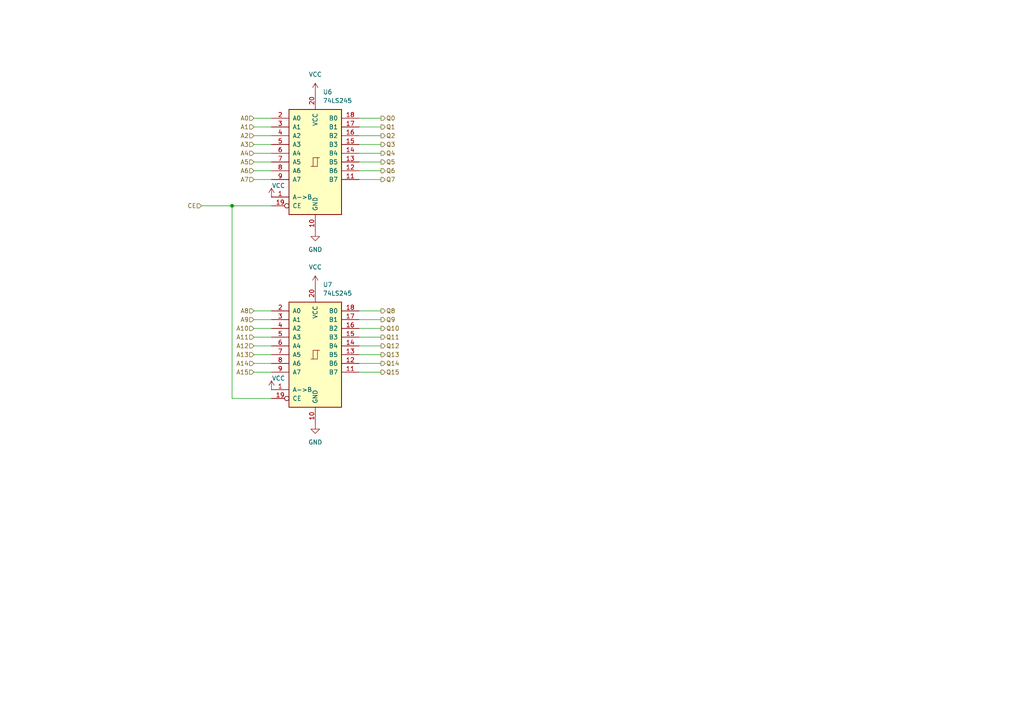
<source format=kicad_sch>
(kicad_sch (version 20231120) (generator "eeschema") (generator_version "8.0")
  (paper "A4")
  (lib_symbols
    (symbol "74xx:74LS245" (pin_names (offset 1.016))
      (property "Reference" "U" (at -7.62 16.51 0))
      (property "Value" "74LS245" (at -7.62 -16.51 0))
      (symbol "74LS245_1_0"
        (polyline (pts (xy -0.635 -1.27) (xy -0.635 1.27) (xy 0.635 1.27)))
        (polyline (pts (xy -1.27 -1.27) (xy 0.635 -1.27) (xy 0.635 1.27) (xy 1.27 1.27)))
        (pin input line (at -12.7 -10.16 0) (length 5.08) (name "A->B") (number "1"))
        (pin power_in line (at 0 -20.32 90) (length 5.08) (name "GND") (number "10"))
        (pin tri_state line (at 12.7 -5.08 180) (length 5.08) (name "B7") (number "11"))
        (pin tri_state line (at 12.7 -2.54 180) (length 5.08) (name "B6") (number "12"))
        (pin tri_state line (at 12.7 0 180) (length 5.08) (name "B5") (number "13"))
        (pin tri_state line (at 12.7 2.54 180) (length 5.08) (name "B4") (number "14"))
        (pin tri_state line (at 12.7 5.08 180) (length 5.08) (name "B3") (number "15"))
        (pin tri_state line (at 12.7 7.62 180) (length 5.08) (name "B2") (number "16"))
        (pin tri_state line (at 12.7 10.16 180) (length 5.08) (name "B1") (number "17"))
        (pin tri_state line (at 12.7 12.7 180) (length 5.08) (name "B0") (number "18"))
        (pin input inverted (at -12.7 -12.7 0) (length 5.08) (name "CE") (number "19"))
        (pin tri_state line (at -12.7 12.7 0) (length 5.08) (name "A0") (number "2"))
        (pin power_in line (at 0 20.32 270) (length 5.08) (name "VCC") (number "20"))
        (pin tri_state line (at -12.7 10.16 0) (length 5.08) (name "A1") (number "3"))
        (pin tri_state line (at -12.7 7.62 0) (length 5.08) (name "A2") (number "4"))
        (pin tri_state line (at -12.7 5.08 0) (length 5.08) (name "A3") (number "5"))
        (pin tri_state line (at -12.7 2.54 0) (length 5.08) (name "A4") (number "6"))
        (pin tri_state line (at -12.7 0 0) (length 5.08) (name "A5") (number "7"))
        (pin tri_state line (at -12.7 -2.54 0) (length 5.08) (name "A6") (number "8"))
        (pin tri_state line (at -12.7 -5.08 0) (length 5.08) (name "A7") (number "9"))
      )
      (symbol "74LS245_1_1"
        (rectangle (start -7.62 15.24) (end 7.62 -15.24) (stroke (width 0.254)) (fill (type background)))
      )
    )
    (symbol "power:GND" (power) (pin_numbers hide) (pin_names (offset 0) hide)
      (property "Value" "GND" (at 0 -3.81 0))
      (symbol "GND_0_1"
        (polyline (pts (xy 0 0) (xy 0 -1.27) (xy 1.27 -1.27) (xy 0 -2.54) (xy -1.27 -1.27) (xy 0 -1.27)))
      )
      (symbol "GND_1_1"
        (pin power_in line (at 0 0 270) (length 0) (name "~") (number "1"))
      )
    )
    (symbol "power:VCC" (power) (pin_numbers hide) (pin_names (offset 0) hide)
      (property "Value" "VCC" (at 0 3.556 0))
      (symbol "VCC_0_1"
        (polyline (pts (xy -0.762 1.27) (xy 0 2.54)))
        (polyline (pts (xy 0 0) (xy 0 2.54)))
        (polyline (pts (xy 0 2.54) (xy 0.762 1.27)))
      )
      (symbol "VCC_1_1"
        (pin power_in line (at 0 0 90) (length 0) (name "~") (number "1"))
      )
    )
  )
  (junction (at 67.31 59.69))
  (wire (pts (xy 58.42 59.69) (xy 67.31 59.69)))
  (wire (pts (xy 104.14 92.71) (xy 110.49 92.71)))
  (wire (pts (xy 73.66 97.79) (xy 78.74 97.79)))
  (wire (pts (xy 73.66 105.41) (xy 78.74 105.41)))
  (wire (pts (xy 67.31 59.69) (xy 78.74 59.69)))
  (wire (pts (xy 73.66 41.91) (xy 78.74 41.91)))
  (wire (pts (xy 104.14 36.83) (xy 110.49 36.83)))
  (wire (pts (xy 104.14 39.37) (xy 110.49 39.37)))
  (wire (pts (xy 104.14 44.45) (xy 110.49 44.45)))
  (wire (pts (xy 73.66 92.71) (xy 78.74 92.71)))
  (wire (pts (xy 104.14 105.41) (xy 110.49 105.41)))
  (wire (pts (xy 104.14 97.79) (xy 110.49 97.79)))
  (wire (pts (xy 73.66 34.29) (xy 78.74 34.29)))
  (wire (pts (xy 104.14 102.87) (xy 110.49 102.87)))
  (wire (pts (xy 73.66 36.83) (xy 78.74 36.83)))
  (wire (pts (xy 73.66 107.95) (xy 78.74 107.95)))
  (wire (pts (xy 73.66 90.17) (xy 78.74 90.17)))
  (wire (pts (xy 104.14 49.53) (xy 110.49 49.53)))
  (wire (pts (xy 67.31 115.57) (xy 67.31 59.69)))
  (wire (pts (xy 104.14 100.33) (xy 110.49 100.33)))
  (wire (pts (xy 73.66 46.99) (xy 78.74 46.99)))
  (wire (pts (xy 73.66 102.87) (xy 78.74 102.87)))
  (wire (pts (xy 104.14 95.25) (xy 110.49 95.25)))
  (wire (pts (xy 104.14 52.07) (xy 110.49 52.07)))
  (wire (pts (xy 104.14 107.95) (xy 110.49 107.95)))
  (wire (pts (xy 73.66 52.07) (xy 78.74 52.07)))
  (wire (pts (xy 73.66 95.25) (xy 78.74 95.25)))
  (wire (pts (xy 73.66 39.37) (xy 78.74 39.37)))
  (wire (pts (xy 73.66 49.53) (xy 78.74 49.53)))
  (wire (pts (xy 78.74 115.57) (xy 67.31 115.57)))
  (wire (pts (xy 104.14 41.91) (xy 110.49 41.91)))
  (wire (pts (xy 73.66 100.33) (xy 78.74 100.33)))
  (wire (pts (xy 104.14 46.99) (xy 110.49 46.99)))
  (wire (pts (xy 73.66 44.45) (xy 78.74 44.45)))
  (wire (pts (xy 104.14 34.29) (xy 110.49 34.29)))
  (wire (pts (xy 104.14 90.17) (xy 110.49 90.17)))
  (hierarchical_label "A1" (shape input) (at 73.66 36.83 180))
  (hierarchical_label "Q5" (shape output) (at 110.49 46.99 0))
  (hierarchical_label "A15" (shape input) (at 73.66 107.95 180))
  (hierarchical_label "A10" (shape input) (at 73.66 95.25 180))
  (hierarchical_label "Q15" (shape output) (at 110.49 107.95 0))
  (hierarchical_label "Q11" (shape output) (at 110.49 97.79 0))
  (hierarchical_label "Q4" (shape output) (at 110.49 44.45 0))
  (hierarchical_label "Q14" (shape output) (at 110.49 105.41 0))
  (hierarchical_label "A0" (shape input) (at 73.66 34.29 180))
  (hierarchical_label "Q1" (shape output) (at 110.49 36.83 0))
  (hierarchical_label "A5" (shape input) (at 73.66 46.99 180))
  (hierarchical_label "A7" (shape input) (at 73.66 52.07 180))
  (hierarchical_label "A8" (shape input) (at 73.66 90.17 180))
  (hierarchical_label "Q10" (shape output) (at 110.49 95.25 0))
  (hierarchical_label "Q2" (shape output) (at 110.49 39.37 0))
  (hierarchical_label "Q12" (shape output) (at 110.49 100.33 0))
  (hierarchical_label "Q9" (shape output) (at 110.49 92.71 0))
  (hierarchical_label "Q6" (shape output) (at 110.49 49.53 0))
  (hierarchical_label "A9" (shape input) (at 73.66 92.71 180))
  (hierarchical_label "Q3" (shape output) (at 110.49 41.91 0))
  (hierarchical_label "A11" (shape input) (at 73.66 97.79 180))
  (hierarchical_label "Q7" (shape output) (at 110.49 52.07 0))
  (hierarchical_label "A3" (shape input) (at 73.66 41.91 180))
  (hierarchical_label "CE" (shape input) (at 58.42 59.69 180))
  (hierarchical_label "A2" (shape input) (at 73.66 39.37 180))
  (hierarchical_label "Q13" (shape output) (at 110.49 102.87 0))
  (hierarchical_label "Q8" (shape output) (at 110.49 90.17 0))
  (hierarchical_label "A4" (shape input) (at 73.66 44.45 180))
  (hierarchical_label "A6" (shape input) (at 73.66 49.53 180))
  (hierarchical_label "Q0" (shape output) (at 110.49 34.29 0))
  (hierarchical_label "A13" (shape input) (at 73.66 102.87 180))
  (hierarchical_label "A12" (shape input) (at 73.66 100.33 180))
  (hierarchical_label "A14" (shape input) (at 73.66 105.41 180))
  (symbol (lib_id "power:GND") (at 91.44 123.19 0) (unit 1)
    (property "Reference" "#PWR038" (effects (hide yes)))
    (property "Value" "GND" (at 91.44 128.27 0))
    (property "Description" "Power symbol creates a global label with name \"GND\" , ground" (effects (hide yes)))
  )
  (symbol (lib_id "power:VCC") (at 78.74 113.03 0) (unit 1)
    (property "Reference" "#PWR037" (effects (hide yes)))
    (property "Value" "VCC" (at 80.772 109.728 0))
    (property "Description" "Power symbol creates a global label with name \"VCC\"" (effects (hide yes)))
  )
  (symbol (lib_id "power:VCC") (at 91.44 26.67 0) (unit 1)
    (property "Reference" "#PWR033" (effects (hide yes)))
    (property "Value" "VCC" (at 91.44 21.59 0))
    (property "Description" "Power symbol creates a global label with name \"VCC\"" (effects (hide yes)))
  )
  (symbol (lib_id "power:VCC") (at 91.44 82.55 0) (unit 1)
    (property "Reference" "#PWR036" (effects (hide yes)))
    (property "Value" "VCC" (at 91.44 77.47 0))
    (property "Description" "Power symbol creates a global label with name \"VCC\"" (effects (hide yes)))
  )
  (symbol (lib_id "74xx:74LS245") (at 91.44 102.87 0) (unit 1)
    (property "Reference" "U7" (at 93.6341 82.55 0) (effects (justify left)))
    (property "Value" "74LS245" (at 93.6341 85.09 0) (effects (justify left)))
    (property "Footprint" "Package_DIP:DIP-20_W7.62mm_Socket_LongPads" (effects (hide yes)))
    (property "Datasheet" "http://www.ti.com/lit/gpn/sn74LS245" (effects (hide yes)))
    (property "Description" "Octal BUS Transceivers, 3-State outputs" (effects (hide yes)))
  )
  (symbol (lib_id "74xx:74LS245") (at 91.44 46.99 0) (unit 1)
    (property "Reference" "U6" (at 93.6341 26.67 0) (effects (justify left)))
    (property "Value" "74LS245" (at 93.6341 29.21 0) (effects (justify left)))
    (property "Footprint" "Package_DIP:DIP-20_W7.62mm_Socket_LongPads" (effects (hide yes)))
    (property "Datasheet" "http://www.ti.com/lit/gpn/sn74LS245" (effects (hide yes)))
    (property "Description" "Octal BUS Transceivers, 3-State outputs" (effects (hide yes)))
  )
  (symbol (lib_id "power:GND") (at 91.44 67.31 0) (unit 1)
    (property "Reference" "#PWR035" (effects (hide yes)))
    (property "Value" "GND" (at 91.44 72.39 0))
    (property "Description" "Power symbol creates a global label with name \"GND\" , ground" (effects (hide yes)))
  )
  (symbol (lib_id "power:VCC") (at 78.74 57.15 0) (unit 1)
    (property "Reference" "#PWR034" (effects (hide yes)))
    (property "Value" "VCC" (at 80.772 53.848 0))
    (property "Description" "Power symbol creates a global label with name \"VCC\"" (effects (hide yes)))
  )
)
</source>
